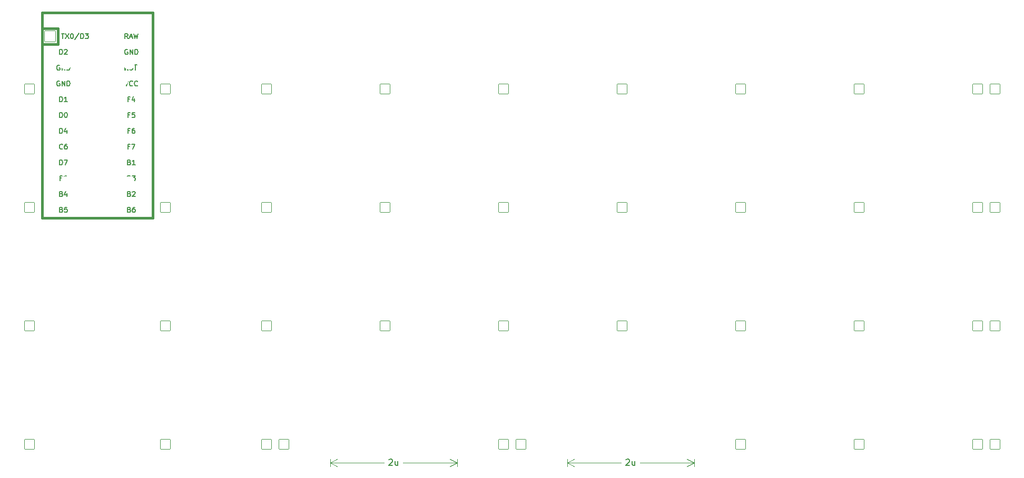
<source format=gto>
G04 #@! TF.GenerationSoftware,KiCad,Pcbnew,(6.0.0)*
G04 #@! TF.CreationDate,2023-02-08T23:18:21+02:00*
G04 #@! TF.ProjectId,electrolyte,656c6563-7472-46f6-9c79-74652e6b6963,v1.fun*
G04 #@! TF.SameCoordinates,Original*
G04 #@! TF.FileFunction,Legend,Top*
G04 #@! TF.FilePolarity,Positive*
%FSLAX46Y46*%
G04 Gerber Fmt 4.6, Leading zero omitted, Abs format (unit mm)*
G04 Created by KiCad (PCBNEW (6.0.0)) date 2023-02-08 23:18:21*
%MOMM*%
%LPD*%
G01*
G04 APERTURE LIST*
G04 Aperture macros list*
%AMRoundRect*
0 Rectangle with rounded corners*
0 $1 Rounding radius*
0 $2 $3 $4 $5 $6 $7 $8 $9 X,Y pos of 4 corners*
0 Add a 4 corners polygon primitive as box body*
4,1,4,$2,$3,$4,$5,$6,$7,$8,$9,$2,$3,0*
0 Add four circle primitives for the rounded corners*
1,1,$1+$1,$2,$3*
1,1,$1+$1,$4,$5*
1,1,$1+$1,$6,$7*
1,1,$1+$1,$8,$9*
0 Add four rect primitives between the rounded corners*
20,1,$1+$1,$2,$3,$4,$5,0*
20,1,$1+$1,$4,$5,$6,$7,0*
20,1,$1+$1,$6,$7,$8,$9,0*
20,1,$1+$1,$8,$9,$2,$3,0*%
G04 Aperture macros list end*
%ADD10C,0.150000*%
%ADD11C,0.120000*%
%ADD12C,0.381000*%
%ADD13R,1.600000X1.600000*%
%ADD14C,1.600000*%
%ADD15R,1.752600X1.752600*%
%ADD16C,1.752600*%
%ADD17RoundRect,0.051000X-0.800000X0.800000X-0.800000X-0.800000X0.800000X-0.800000X0.800000X0.800000X0*%
%ADD18C,1.702000*%
%ADD19C,1.852000*%
%ADD20C,4.089800*%
%ADD21C,2.352000*%
%ADD22RoundRect,0.051000X-0.876300X0.876300X-0.876300X-0.876300X0.876300X-0.876300X0.876300X0.876300X0*%
%ADD23C,1.854600*%
%ADD24C,4.502000*%
%ADD25C,4.102000*%
%ADD26O,2.482000X1.852000*%
%ADD27C,3.152000*%
%ADD28C,2.302000*%
G04 APERTURE END LIST*
D10*
X91861904Y-89347619D02*
X91909523Y-89300000D01*
X92004761Y-89252380D01*
X92242857Y-89252380D01*
X92338095Y-89300000D01*
X92385714Y-89347619D01*
X92433333Y-89442857D01*
X92433333Y-89538095D01*
X92385714Y-89680952D01*
X91814285Y-90252380D01*
X92433333Y-90252380D01*
X93290476Y-89585714D02*
X93290476Y-90252380D01*
X92861904Y-89585714D02*
X92861904Y-90109523D01*
X92909523Y-90204761D01*
X93004761Y-90252380D01*
X93147619Y-90252380D01*
X93242857Y-90204761D01*
X93290476Y-90157142D01*
D11*
X82400000Y-90400000D02*
X82400000Y-89213580D01*
X102800000Y-90400000D02*
X102800000Y-89213580D01*
X82400000Y-89800000D02*
X91096429Y-89800000D01*
X94103572Y-89800000D02*
X102800000Y-89800000D01*
X82400000Y-89800000D02*
X83526504Y-90386421D01*
X82400000Y-89800000D02*
X83526504Y-89213579D01*
X102800000Y-89800000D02*
X101673496Y-89213579D01*
X102800000Y-89800000D02*
X101673496Y-90386421D01*
D10*
X129961904Y-89347619D02*
X130009523Y-89300000D01*
X130104761Y-89252380D01*
X130342857Y-89252380D01*
X130438095Y-89300000D01*
X130485714Y-89347619D01*
X130533333Y-89442857D01*
X130533333Y-89538095D01*
X130485714Y-89680952D01*
X129914285Y-90252380D01*
X130533333Y-90252380D01*
X131390476Y-89585714D02*
X131390476Y-90252380D01*
X130961904Y-89585714D02*
X130961904Y-90109523D01*
X131009523Y-90204761D01*
X131104761Y-90252380D01*
X131247619Y-90252380D01*
X131342857Y-90204761D01*
X131390476Y-90157142D01*
D11*
X120500000Y-90400000D02*
X120500000Y-89213580D01*
X140900000Y-90400000D02*
X140900000Y-89213580D01*
X120500000Y-89800000D02*
X129196429Y-89800000D01*
X132203572Y-89800000D02*
X140900000Y-89800000D01*
X120500000Y-89800000D02*
X121626504Y-90386421D01*
X120500000Y-89800000D02*
X121626504Y-89213579D01*
X140900000Y-89800000D02*
X139773496Y-89213579D01*
X140900000Y-89800000D02*
X139773496Y-90386421D01*
D10*
X50126940Y-44043607D02*
X50241226Y-44081702D01*
X50279321Y-44119797D01*
X50317416Y-44195988D01*
X50317416Y-44310273D01*
X50279321Y-44386464D01*
X50241226Y-44424559D01*
X50165035Y-44462654D01*
X49860273Y-44462654D01*
X49860273Y-43662654D01*
X50126940Y-43662654D01*
X50203130Y-43700750D01*
X50241226Y-43738845D01*
X50279321Y-43815035D01*
X50279321Y-43891226D01*
X50241226Y-43967416D01*
X50203130Y-44005511D01*
X50126940Y-44043607D01*
X49860273Y-44043607D01*
X50584083Y-43662654D02*
X51079321Y-43662654D01*
X50812654Y-43967416D01*
X50926940Y-43967416D01*
X51003130Y-44005511D01*
X51041226Y-44043607D01*
X51079321Y-44119797D01*
X51079321Y-44310273D01*
X51041226Y-44386464D01*
X51003130Y-44424559D01*
X50926940Y-44462654D01*
X50698369Y-44462654D01*
X50622178Y-44424559D01*
X50584083Y-44386464D01*
X39204940Y-46583607D02*
X39319226Y-46621702D01*
X39357321Y-46659797D01*
X39395416Y-46735988D01*
X39395416Y-46850273D01*
X39357321Y-46926464D01*
X39319226Y-46964559D01*
X39243035Y-47002654D01*
X38938273Y-47002654D01*
X38938273Y-46202654D01*
X39204940Y-46202654D01*
X39281130Y-46240750D01*
X39319226Y-46278845D01*
X39357321Y-46355035D01*
X39357321Y-46431226D01*
X39319226Y-46507416D01*
X39281130Y-46545511D01*
X39204940Y-46583607D01*
X38938273Y-46583607D01*
X40081130Y-46469321D02*
X40081130Y-47002654D01*
X39890654Y-46164559D02*
X39700178Y-46735988D01*
X40195416Y-46735988D01*
X38938273Y-31762654D02*
X38938273Y-30962654D01*
X39128750Y-30962654D01*
X39243035Y-31000750D01*
X39319226Y-31076940D01*
X39357321Y-31153130D01*
X39395416Y-31305511D01*
X39395416Y-31419797D01*
X39357321Y-31572178D01*
X39319226Y-31648369D01*
X39243035Y-31724559D01*
X39128750Y-31762654D01*
X38938273Y-31762654D01*
X40157321Y-31762654D02*
X39700178Y-31762654D01*
X39928750Y-31762654D02*
X39928750Y-30962654D01*
X39852559Y-31076940D01*
X39776369Y-31153130D01*
X39700178Y-31191226D01*
X38919226Y-28460750D02*
X38843035Y-28422654D01*
X38728750Y-28422654D01*
X38614464Y-28460750D01*
X38538273Y-28536940D01*
X38500178Y-28613130D01*
X38462083Y-28765511D01*
X38462083Y-28879797D01*
X38500178Y-29032178D01*
X38538273Y-29108369D01*
X38614464Y-29184559D01*
X38728750Y-29222654D01*
X38804940Y-29222654D01*
X38919226Y-29184559D01*
X38957321Y-29146464D01*
X38957321Y-28879797D01*
X38804940Y-28879797D01*
X39300178Y-29222654D02*
X39300178Y-28422654D01*
X39757321Y-29222654D01*
X39757321Y-28422654D01*
X40138273Y-29222654D02*
X40138273Y-28422654D01*
X40328750Y-28422654D01*
X40443035Y-28460750D01*
X40519226Y-28536940D01*
X40557321Y-28613130D01*
X40595416Y-28765511D01*
X40595416Y-28879797D01*
X40557321Y-29032178D01*
X40519226Y-29108369D01*
X40443035Y-29184559D01*
X40328750Y-29222654D01*
X40138273Y-29222654D01*
X50184083Y-38963607D02*
X49917416Y-38963607D01*
X49917416Y-39382654D02*
X49917416Y-38582654D01*
X50298369Y-38582654D01*
X50526940Y-38582654D02*
X51060273Y-38582654D01*
X50717416Y-39382654D01*
X38938273Y-41922654D02*
X38938273Y-41122654D01*
X39128750Y-41122654D01*
X39243035Y-41160750D01*
X39319226Y-41236940D01*
X39357321Y-41313130D01*
X39395416Y-41465511D01*
X39395416Y-41579797D01*
X39357321Y-41732178D01*
X39319226Y-41808369D01*
X39243035Y-41884559D01*
X39128750Y-41922654D01*
X38938273Y-41922654D01*
X39662083Y-41122654D02*
X40195416Y-41122654D01*
X39852559Y-41922654D01*
X39227401Y-20802654D02*
X39684544Y-20802654D01*
X39455973Y-21602654D02*
X39455973Y-20802654D01*
X39875020Y-20802654D02*
X40408354Y-21602654D01*
X40408354Y-20802654D02*
X39875020Y-21602654D01*
X40865497Y-20802654D02*
X40941687Y-20802654D01*
X41017878Y-20840750D01*
X41055973Y-20878845D01*
X41094068Y-20955035D01*
X41132163Y-21107416D01*
X41132163Y-21297892D01*
X41094068Y-21450273D01*
X41055973Y-21526464D01*
X41017878Y-21564559D01*
X40941687Y-21602654D01*
X40865497Y-21602654D01*
X40789306Y-21564559D01*
X40751211Y-21526464D01*
X40713116Y-21450273D01*
X40675020Y-21297892D01*
X40675020Y-21107416D01*
X40713116Y-20955035D01*
X40751211Y-20878845D01*
X40789306Y-20840750D01*
X40865497Y-20802654D01*
X42046449Y-20764559D02*
X41360735Y-21793130D01*
X42313116Y-21602654D02*
X42313116Y-20802654D01*
X42503592Y-20802654D01*
X42617878Y-20840750D01*
X42694068Y-20916940D01*
X42732163Y-20993130D01*
X42770258Y-21145511D01*
X42770258Y-21259797D01*
X42732163Y-21412178D01*
X42694068Y-21488369D01*
X42617878Y-21564559D01*
X42503592Y-21602654D01*
X42313116Y-21602654D01*
X43036925Y-20802654D02*
X43532163Y-20802654D01*
X43265497Y-21107416D01*
X43379782Y-21107416D01*
X43455973Y-21145511D01*
X43494068Y-21183607D01*
X43532163Y-21259797D01*
X43532163Y-21450273D01*
X43494068Y-21526464D01*
X43455973Y-21564559D01*
X43379782Y-21602654D01*
X43151211Y-21602654D01*
X43075020Y-21564559D01*
X43036925Y-21526464D01*
X38938273Y-34302654D02*
X38938273Y-33502654D01*
X39128750Y-33502654D01*
X39243035Y-33540750D01*
X39319226Y-33616940D01*
X39357321Y-33693130D01*
X39395416Y-33845511D01*
X39395416Y-33959797D01*
X39357321Y-34112178D01*
X39319226Y-34188369D01*
X39243035Y-34264559D01*
X39128750Y-34302654D01*
X38938273Y-34302654D01*
X39890654Y-33502654D02*
X39966845Y-33502654D01*
X40043035Y-33540750D01*
X40081130Y-33578845D01*
X40119226Y-33655035D01*
X40157321Y-33807416D01*
X40157321Y-33997892D01*
X40119226Y-34150273D01*
X40081130Y-34226464D01*
X40043035Y-34264559D01*
X39966845Y-34302654D01*
X39890654Y-34302654D01*
X39814464Y-34264559D01*
X39776369Y-34226464D01*
X39738273Y-34150273D01*
X39700178Y-33997892D01*
X39700178Y-33807416D01*
X39738273Y-33655035D01*
X39776369Y-33578845D01*
X39814464Y-33540750D01*
X39890654Y-33502654D01*
X38938273Y-36842654D02*
X38938273Y-36042654D01*
X39128750Y-36042654D01*
X39243035Y-36080750D01*
X39319226Y-36156940D01*
X39357321Y-36233130D01*
X39395416Y-36385511D01*
X39395416Y-36499797D01*
X39357321Y-36652178D01*
X39319226Y-36728369D01*
X39243035Y-36804559D01*
X39128750Y-36842654D01*
X38938273Y-36842654D01*
X40081130Y-36309321D02*
X40081130Y-36842654D01*
X39890654Y-36004559D02*
X39700178Y-36575988D01*
X40195416Y-36575988D01*
X50126940Y-41503607D02*
X50241226Y-41541702D01*
X50279321Y-41579797D01*
X50317416Y-41655988D01*
X50317416Y-41770273D01*
X50279321Y-41846464D01*
X50241226Y-41884559D01*
X50165035Y-41922654D01*
X49860273Y-41922654D01*
X49860273Y-41122654D01*
X50126940Y-41122654D01*
X50203130Y-41160750D01*
X50241226Y-41198845D01*
X50279321Y-41275035D01*
X50279321Y-41351226D01*
X50241226Y-41427416D01*
X50203130Y-41465511D01*
X50126940Y-41503607D01*
X49860273Y-41503607D01*
X51079321Y-41922654D02*
X50622178Y-41922654D01*
X50850750Y-41922654D02*
X50850750Y-41122654D01*
X50774559Y-41236940D01*
X50698369Y-41313130D01*
X50622178Y-41351226D01*
X50126940Y-46583607D02*
X50241226Y-46621702D01*
X50279321Y-46659797D01*
X50317416Y-46735988D01*
X50317416Y-46850273D01*
X50279321Y-46926464D01*
X50241226Y-46964559D01*
X50165035Y-47002654D01*
X49860273Y-47002654D01*
X49860273Y-46202654D01*
X50126940Y-46202654D01*
X50203130Y-46240750D01*
X50241226Y-46278845D01*
X50279321Y-46355035D01*
X50279321Y-46431226D01*
X50241226Y-46507416D01*
X50203130Y-46545511D01*
X50126940Y-46583607D01*
X49860273Y-46583607D01*
X50622178Y-46278845D02*
X50660273Y-46240750D01*
X50736464Y-46202654D01*
X50926940Y-46202654D01*
X51003130Y-46240750D01*
X51041226Y-46278845D01*
X51079321Y-46355035D01*
X51079321Y-46431226D01*
X51041226Y-46545511D01*
X50584083Y-47002654D01*
X51079321Y-47002654D01*
X38976369Y-44043607D02*
X39243035Y-44043607D01*
X39357321Y-44462654D02*
X38976369Y-44462654D01*
X38976369Y-43662654D01*
X39357321Y-43662654D01*
X40043035Y-43662654D02*
X39890654Y-43662654D01*
X39814464Y-43700750D01*
X39776369Y-43738845D01*
X39700178Y-43853130D01*
X39662083Y-44005511D01*
X39662083Y-44310273D01*
X39700178Y-44386464D01*
X39738273Y-44424559D01*
X39814464Y-44462654D01*
X39966845Y-44462654D01*
X40043035Y-44424559D01*
X40081130Y-44386464D01*
X40119226Y-44310273D01*
X40119226Y-44119797D01*
X40081130Y-44043607D01*
X40043035Y-44005511D01*
X39966845Y-43967416D01*
X39814464Y-43967416D01*
X39738273Y-44005511D01*
X39700178Y-44043607D01*
X39662083Y-44119797D01*
X50184083Y-33883607D02*
X49917416Y-33883607D01*
X49917416Y-34302654D02*
X49917416Y-33502654D01*
X50298369Y-33502654D01*
X50984083Y-33502654D02*
X50603130Y-33502654D01*
X50565035Y-33883607D01*
X50603130Y-33845511D01*
X50679321Y-33807416D01*
X50869797Y-33807416D01*
X50945988Y-33845511D01*
X50984083Y-33883607D01*
X51022178Y-33959797D01*
X51022178Y-34150273D01*
X50984083Y-34226464D01*
X50945988Y-34264559D01*
X50869797Y-34302654D01*
X50679321Y-34302654D01*
X50603130Y-34264559D01*
X50565035Y-34226464D01*
X49841226Y-23380750D02*
X49765035Y-23342654D01*
X49650750Y-23342654D01*
X49536464Y-23380750D01*
X49460273Y-23456940D01*
X49422178Y-23533130D01*
X49384083Y-23685511D01*
X49384083Y-23799797D01*
X49422178Y-23952178D01*
X49460273Y-24028369D01*
X49536464Y-24104559D01*
X49650750Y-24142654D01*
X49726940Y-24142654D01*
X49841226Y-24104559D01*
X49879321Y-24066464D01*
X49879321Y-23799797D01*
X49726940Y-23799797D01*
X50222178Y-24142654D02*
X50222178Y-23342654D01*
X50679321Y-24142654D01*
X50679321Y-23342654D01*
X51060273Y-24142654D02*
X51060273Y-23342654D01*
X51250750Y-23342654D01*
X51365035Y-23380750D01*
X51441226Y-23456940D01*
X51479321Y-23533130D01*
X51517416Y-23685511D01*
X51517416Y-23799797D01*
X51479321Y-23952178D01*
X51441226Y-24028369D01*
X51365035Y-24104559D01*
X51250750Y-24142654D01*
X51060273Y-24142654D01*
X49384083Y-28422654D02*
X49650750Y-29222654D01*
X49917416Y-28422654D01*
X50641226Y-29146464D02*
X50603130Y-29184559D01*
X50488845Y-29222654D01*
X50412654Y-29222654D01*
X50298369Y-29184559D01*
X50222178Y-29108369D01*
X50184083Y-29032178D01*
X50145988Y-28879797D01*
X50145988Y-28765511D01*
X50184083Y-28613130D01*
X50222178Y-28536940D01*
X50298369Y-28460750D01*
X50412654Y-28422654D01*
X50488845Y-28422654D01*
X50603130Y-28460750D01*
X50641226Y-28498845D01*
X51441226Y-29146464D02*
X51403130Y-29184559D01*
X51288845Y-29222654D01*
X51212654Y-29222654D01*
X51098369Y-29184559D01*
X51022178Y-29108369D01*
X50984083Y-29032178D01*
X50945988Y-28879797D01*
X50945988Y-28765511D01*
X50984083Y-28613130D01*
X51022178Y-28536940D01*
X51098369Y-28460750D01*
X51212654Y-28422654D01*
X51288845Y-28422654D01*
X51403130Y-28460750D01*
X51441226Y-28498845D01*
X50184083Y-31343607D02*
X49917416Y-31343607D01*
X49917416Y-31762654D02*
X49917416Y-30962654D01*
X50298369Y-30962654D01*
X50945988Y-31229321D02*
X50945988Y-31762654D01*
X50755511Y-30924559D02*
X50565035Y-31495988D01*
X51060273Y-31495988D01*
X39204940Y-49123607D02*
X39319226Y-49161702D01*
X39357321Y-49199797D01*
X39395416Y-49275988D01*
X39395416Y-49390273D01*
X39357321Y-49466464D01*
X39319226Y-49504559D01*
X39243035Y-49542654D01*
X38938273Y-49542654D01*
X38938273Y-48742654D01*
X39204940Y-48742654D01*
X39281130Y-48780750D01*
X39319226Y-48818845D01*
X39357321Y-48895035D01*
X39357321Y-48971226D01*
X39319226Y-49047416D01*
X39281130Y-49085511D01*
X39204940Y-49123607D01*
X38938273Y-49123607D01*
X40119226Y-48742654D02*
X39738273Y-48742654D01*
X39700178Y-49123607D01*
X39738273Y-49085511D01*
X39814464Y-49047416D01*
X40004940Y-49047416D01*
X40081130Y-49085511D01*
X40119226Y-49123607D01*
X40157321Y-49199797D01*
X40157321Y-49390273D01*
X40119226Y-49466464D01*
X40081130Y-49504559D01*
X40004940Y-49542654D01*
X39814464Y-49542654D01*
X39738273Y-49504559D01*
X39700178Y-49466464D01*
X39395416Y-39306464D02*
X39357321Y-39344559D01*
X39243035Y-39382654D01*
X39166845Y-39382654D01*
X39052559Y-39344559D01*
X38976369Y-39268369D01*
X38938273Y-39192178D01*
X38900178Y-39039797D01*
X38900178Y-38925511D01*
X38938273Y-38773130D01*
X38976369Y-38696940D01*
X39052559Y-38620750D01*
X39166845Y-38582654D01*
X39243035Y-38582654D01*
X39357321Y-38620750D01*
X39395416Y-38658845D01*
X40081130Y-38582654D02*
X39928750Y-38582654D01*
X39852559Y-38620750D01*
X39814464Y-38658845D01*
X39738273Y-38773130D01*
X39700178Y-38925511D01*
X39700178Y-39230273D01*
X39738273Y-39306464D01*
X39776369Y-39344559D01*
X39852559Y-39382654D01*
X40004940Y-39382654D01*
X40081130Y-39344559D01*
X40119226Y-39306464D01*
X40157321Y-39230273D01*
X40157321Y-39039797D01*
X40119226Y-38963607D01*
X40081130Y-38925511D01*
X40004940Y-38887416D01*
X39852559Y-38887416D01*
X39776369Y-38925511D01*
X39738273Y-38963607D01*
X39700178Y-39039797D01*
X38938273Y-24142654D02*
X38938273Y-23342654D01*
X39128750Y-23342654D01*
X39243035Y-23380750D01*
X39319226Y-23456940D01*
X39357321Y-23533130D01*
X39395416Y-23685511D01*
X39395416Y-23799797D01*
X39357321Y-23952178D01*
X39319226Y-24028369D01*
X39243035Y-24104559D01*
X39128750Y-24142654D01*
X38938273Y-24142654D01*
X39700178Y-23418845D02*
X39738273Y-23380750D01*
X39814464Y-23342654D01*
X40004940Y-23342654D01*
X40081130Y-23380750D01*
X40119226Y-23418845D01*
X40157321Y-23495035D01*
X40157321Y-23571226D01*
X40119226Y-23685511D01*
X39662083Y-24142654D01*
X40157321Y-24142654D01*
X50184083Y-36423607D02*
X49917416Y-36423607D01*
X49917416Y-36842654D02*
X49917416Y-36042654D01*
X50298369Y-36042654D01*
X50945988Y-36042654D02*
X50793607Y-36042654D01*
X50717416Y-36080750D01*
X50679321Y-36118845D01*
X50603130Y-36233130D01*
X50565035Y-36385511D01*
X50565035Y-36690273D01*
X50603130Y-36766464D01*
X50641226Y-36804559D01*
X50717416Y-36842654D01*
X50869797Y-36842654D01*
X50945988Y-36804559D01*
X50984083Y-36766464D01*
X51022178Y-36690273D01*
X51022178Y-36499797D01*
X50984083Y-36423607D01*
X50945988Y-36385511D01*
X50869797Y-36347416D01*
X50717416Y-36347416D01*
X50641226Y-36385511D01*
X50603130Y-36423607D01*
X50565035Y-36499797D01*
X49898369Y-21602654D02*
X49631702Y-21221702D01*
X49441226Y-21602654D02*
X49441226Y-20802654D01*
X49745988Y-20802654D01*
X49822178Y-20840750D01*
X49860273Y-20878845D01*
X49898369Y-20955035D01*
X49898369Y-21069321D01*
X49860273Y-21145511D01*
X49822178Y-21183607D01*
X49745988Y-21221702D01*
X49441226Y-21221702D01*
X50203130Y-21374083D02*
X50584083Y-21374083D01*
X50126940Y-21602654D02*
X50393607Y-20802654D01*
X50660273Y-21602654D01*
X50850750Y-20802654D02*
X51041226Y-21602654D01*
X51193607Y-21031226D01*
X51345988Y-21602654D01*
X51536464Y-20802654D01*
X50189536Y-26614559D02*
X50303822Y-26652654D01*
X50494298Y-26652654D01*
X50570489Y-26614559D01*
X50608584Y-26576464D01*
X50646679Y-26500273D01*
X50646679Y-26424083D01*
X50608584Y-26347892D01*
X50570489Y-26309797D01*
X50494298Y-26271702D01*
X50341917Y-26233607D01*
X50265727Y-26195511D01*
X50227631Y-26157416D01*
X50189536Y-26081226D01*
X50189536Y-26005035D01*
X50227631Y-25928845D01*
X50265727Y-25890750D01*
X50341917Y-25852654D01*
X50532393Y-25852654D01*
X50646679Y-25890750D01*
X50875250Y-25852654D02*
X51332393Y-25852654D01*
X51103822Y-26652654D02*
X51103822Y-25852654D01*
X50126940Y-49123607D02*
X50241226Y-49161702D01*
X50279321Y-49199797D01*
X50317416Y-49275988D01*
X50317416Y-49390273D01*
X50279321Y-49466464D01*
X50241226Y-49504559D01*
X50165035Y-49542654D01*
X49860273Y-49542654D01*
X49860273Y-48742654D01*
X50126940Y-48742654D01*
X50203130Y-48780750D01*
X50241226Y-48818845D01*
X50279321Y-48895035D01*
X50279321Y-48971226D01*
X50241226Y-49047416D01*
X50203130Y-49085511D01*
X50126940Y-49123607D01*
X49860273Y-49123607D01*
X51003130Y-48742654D02*
X50850750Y-48742654D01*
X50774559Y-48780750D01*
X50736464Y-48818845D01*
X50660273Y-48933130D01*
X50622178Y-49085511D01*
X50622178Y-49390273D01*
X50660273Y-49466464D01*
X50698369Y-49504559D01*
X50774559Y-49542654D01*
X50926940Y-49542654D01*
X51003130Y-49504559D01*
X51041226Y-49466464D01*
X51079321Y-49390273D01*
X51079321Y-49199797D01*
X51041226Y-49123607D01*
X51003130Y-49085511D01*
X50926940Y-49047416D01*
X50774559Y-49047416D01*
X50698369Y-49085511D01*
X50660273Y-49123607D01*
X50622178Y-49199797D01*
X38919226Y-25920750D02*
X38843035Y-25882654D01*
X38728750Y-25882654D01*
X38614464Y-25920750D01*
X38538273Y-25996940D01*
X38500178Y-26073130D01*
X38462083Y-26225511D01*
X38462083Y-26339797D01*
X38500178Y-26492178D01*
X38538273Y-26568369D01*
X38614464Y-26644559D01*
X38728750Y-26682654D01*
X38804940Y-26682654D01*
X38919226Y-26644559D01*
X38957321Y-26606464D01*
X38957321Y-26339797D01*
X38804940Y-26339797D01*
X39300178Y-26682654D02*
X39300178Y-25882654D01*
X39757321Y-26682654D01*
X39757321Y-25882654D01*
X40138273Y-26682654D02*
X40138273Y-25882654D01*
X40328750Y-25882654D01*
X40443035Y-25920750D01*
X40519226Y-25996940D01*
X40557321Y-26073130D01*
X40595416Y-26225511D01*
X40595416Y-26339797D01*
X40557321Y-26492178D01*
X40519226Y-26568369D01*
X40443035Y-26644559D01*
X40328750Y-26682654D01*
X40138273Y-26682654D01*
D12*
X53879750Y-19970750D02*
X53879750Y-17430750D01*
X38639750Y-19970750D02*
X38639750Y-22510750D01*
X38639750Y-22510750D02*
X36099750Y-22510750D01*
X53879750Y-50450750D02*
X53879750Y-19970750D01*
X38639750Y-19970750D02*
X36099750Y-19970750D01*
X53879750Y-17430750D02*
X36099750Y-17430750D01*
X36099750Y-50450750D02*
X53879750Y-50450750D01*
X36099750Y-19970750D02*
X36099750Y-50450750D01*
X36099750Y-17430750D02*
X36099750Y-19970750D01*
D10*
X49921318Y-25850110D02*
X49921318Y-26150110D01*
X49921318Y-26150110D02*
X49821318Y-26150110D01*
X49821318Y-26150110D02*
X49821318Y-25850110D01*
X49821318Y-25850110D02*
X49921318Y-25850110D01*
G36*
X49921318Y-26150110D02*
G01*
X49821318Y-26150110D01*
X49821318Y-25850110D01*
X49921318Y-25850110D01*
X49921318Y-26150110D01*
G37*
X49921318Y-26150110D02*
X49821318Y-26150110D01*
X49821318Y-25850110D01*
X49921318Y-25850110D01*
X49921318Y-26150110D01*
X49921318Y-26450110D02*
X49921318Y-26650110D01*
X49921318Y-26650110D02*
X49821318Y-26650110D01*
X49821318Y-26650110D02*
X49821318Y-26450110D01*
X49821318Y-26450110D02*
X49921318Y-26450110D01*
G36*
X49921318Y-26650110D02*
G01*
X49821318Y-26650110D01*
X49821318Y-26450110D01*
X49921318Y-26450110D01*
X49921318Y-26650110D01*
G37*
X49921318Y-26650110D02*
X49821318Y-26650110D01*
X49821318Y-26450110D01*
X49921318Y-26450110D01*
X49921318Y-26650110D01*
X49921318Y-25850110D02*
X49921318Y-25950110D01*
X49921318Y-25950110D02*
X49421318Y-25950110D01*
X49421318Y-25950110D02*
X49421318Y-25850110D01*
X49421318Y-25850110D02*
X49921318Y-25850110D01*
G36*
X49921318Y-25950110D02*
G01*
X49421318Y-25950110D01*
X49421318Y-25850110D01*
X49921318Y-25850110D01*
X49921318Y-25950110D01*
G37*
X49921318Y-25950110D02*
X49421318Y-25950110D01*
X49421318Y-25850110D01*
X49921318Y-25850110D01*
X49921318Y-25950110D01*
X49521318Y-25850110D02*
X49521318Y-26650110D01*
X49521318Y-26650110D02*
X49421318Y-26650110D01*
X49421318Y-26650110D02*
X49421318Y-25850110D01*
X49421318Y-25850110D02*
X49521318Y-25850110D01*
G36*
X49521318Y-26650110D02*
G01*
X49421318Y-26650110D01*
X49421318Y-25850110D01*
X49521318Y-25850110D01*
X49521318Y-26650110D01*
G37*
X49521318Y-26650110D02*
X49421318Y-26650110D01*
X49421318Y-25850110D01*
X49521318Y-25850110D01*
X49521318Y-26650110D01*
X49721318Y-26250110D02*
X49721318Y-26350110D01*
X49721318Y-26350110D02*
X49621318Y-26350110D01*
X49621318Y-26350110D02*
X49621318Y-26250110D01*
X49621318Y-26250110D02*
X49721318Y-26250110D01*
G36*
X49721318Y-26350110D02*
G01*
X49621318Y-26350110D01*
X49621318Y-26250110D01*
X49721318Y-26250110D01*
X49721318Y-26350110D01*
G37*
X49721318Y-26350110D02*
X49621318Y-26350110D01*
X49621318Y-26250110D01*
X49721318Y-26250110D01*
X49721318Y-26350110D01*
D13*
X34067750Y-29712750D03*
D14*
X34067750Y-21912750D03*
D13*
X34067750Y-48762750D03*
D14*
X34067750Y-40962750D03*
D13*
X34067750Y-67812750D03*
D14*
X34067750Y-60012750D03*
D13*
X34067750Y-86862750D03*
D14*
X34067750Y-79062750D03*
D13*
X55911750Y-29712750D03*
D14*
X55911750Y-21912750D03*
D13*
X55911750Y-48762750D03*
D14*
X55911750Y-40962750D03*
D13*
X55911750Y-67812750D03*
D14*
X55911750Y-60012750D03*
D13*
X55911750Y-86862750D03*
D14*
X55911750Y-79062750D03*
D13*
X72167750Y-29712750D03*
D14*
X72167750Y-21912750D03*
D13*
X72167750Y-48762750D03*
D14*
X72167750Y-40962750D03*
D13*
X72167750Y-67812750D03*
D14*
X72167750Y-60012750D03*
D13*
X72167750Y-86862750D03*
D14*
X72167750Y-79062750D03*
D13*
X91217750Y-29712750D03*
D14*
X91217750Y-21912750D03*
D13*
X91217750Y-48762750D03*
D14*
X91217750Y-40962750D03*
D13*
X91217750Y-67812750D03*
D14*
X91217750Y-60012750D03*
D13*
X75000000Y-86862750D03*
D14*
X75000000Y-79062750D03*
D13*
X110267750Y-29712750D03*
D14*
X110267750Y-21912750D03*
D13*
X110267750Y-48762750D03*
D14*
X110267750Y-40962750D03*
D13*
X110267750Y-67812750D03*
D14*
X110267750Y-60012750D03*
D13*
X110267750Y-86862750D03*
D14*
X110267750Y-79062750D03*
D13*
X129317750Y-29712750D03*
D14*
X129317750Y-21912750D03*
D13*
X129317750Y-48762750D03*
D14*
X129317750Y-40962750D03*
D13*
X129317750Y-67812750D03*
D14*
X129317750Y-60012750D03*
D13*
X113100000Y-86862750D03*
D14*
X113100000Y-79062750D03*
D13*
X148367750Y-29712750D03*
D14*
X148367750Y-21912750D03*
D13*
X148367750Y-48762750D03*
D14*
X148367750Y-40962750D03*
D13*
X148367750Y-67812750D03*
D14*
X148367750Y-60012750D03*
D13*
X148367750Y-86862750D03*
D14*
X148367750Y-79062750D03*
D13*
X167417750Y-29712750D03*
D14*
X167417750Y-21912750D03*
D13*
X167417750Y-48762750D03*
D14*
X167417750Y-40962750D03*
D13*
X167417750Y-67812750D03*
D14*
X167417750Y-60012750D03*
D13*
X167417750Y-86862750D03*
D14*
X167417750Y-79062750D03*
D13*
X186467750Y-29712750D03*
D14*
X186467750Y-21912750D03*
D13*
X186467750Y-48762750D03*
D14*
X186467750Y-40962750D03*
D13*
X186467750Y-67812750D03*
D14*
X186467750Y-60012750D03*
D13*
X186467750Y-86862750D03*
D14*
X186467750Y-79062750D03*
D13*
X189261750Y-29712750D03*
D14*
X189261750Y-21912750D03*
D13*
X189261750Y-48762750D03*
D14*
X189261750Y-40962750D03*
D13*
X189261750Y-67812750D03*
D14*
X189261750Y-60012750D03*
D13*
X189261750Y-86862750D03*
D14*
X189261750Y-79062750D03*
D15*
X37369750Y-21240750D03*
D16*
X37369750Y-23780750D03*
X37369750Y-26320750D03*
X37369750Y-28860750D03*
X37369750Y-31400750D03*
X37369750Y-33940750D03*
X37369750Y-36480750D03*
X37369750Y-39020750D03*
X37369750Y-41560750D03*
X37369750Y-44100750D03*
X37369750Y-46640750D03*
X37369750Y-49180750D03*
X52609750Y-49180750D03*
X52609750Y-46640750D03*
X52609750Y-44100750D03*
X52609750Y-41560750D03*
X52609750Y-39020750D03*
X52609750Y-36480750D03*
X52609750Y-33940750D03*
X52609750Y-31400750D03*
X52609750Y-28860750D03*
X52609750Y-26320750D03*
X52609750Y-23780750D03*
X52609750Y-21240750D03*
%LPC*%
D17*
X34067750Y-29712750D03*
D18*
X34067750Y-21912750D03*
D17*
X34067750Y-48762750D03*
D18*
X34067750Y-40962750D03*
D17*
X34067750Y-67812750D03*
D18*
X34067750Y-60012750D03*
D17*
X34067750Y-86862750D03*
D18*
X34067750Y-79062750D03*
D17*
X55911750Y-29712750D03*
D18*
X55911750Y-21912750D03*
D17*
X55911750Y-48762750D03*
D18*
X55911750Y-40962750D03*
D17*
X55911750Y-67812750D03*
D18*
X55911750Y-60012750D03*
D17*
X55911750Y-86862750D03*
D18*
X55911750Y-79062750D03*
D17*
X72167750Y-29712750D03*
D18*
X72167750Y-21912750D03*
D17*
X72167750Y-48762750D03*
D18*
X72167750Y-40962750D03*
D17*
X72167750Y-67812750D03*
D18*
X72167750Y-60012750D03*
D17*
X72167750Y-86862750D03*
D18*
X72167750Y-79062750D03*
D17*
X91217750Y-29712750D03*
D18*
X91217750Y-21912750D03*
D17*
X91217750Y-48762750D03*
D18*
X91217750Y-40962750D03*
D17*
X91217750Y-67812750D03*
D18*
X91217750Y-60012750D03*
D17*
X75000000Y-86862750D03*
D18*
X75000000Y-79062750D03*
D17*
X110267750Y-29712750D03*
D18*
X110267750Y-21912750D03*
D17*
X110267750Y-48762750D03*
D18*
X110267750Y-40962750D03*
D17*
X110267750Y-67812750D03*
D18*
X110267750Y-60012750D03*
D17*
X110267750Y-86862750D03*
D18*
X110267750Y-79062750D03*
D17*
X129317750Y-29712750D03*
D18*
X129317750Y-21912750D03*
D17*
X129317750Y-48762750D03*
D18*
X129317750Y-40962750D03*
D17*
X129317750Y-67812750D03*
D18*
X129317750Y-60012750D03*
D17*
X113100000Y-86862750D03*
D18*
X113100000Y-79062750D03*
D17*
X148367750Y-29712750D03*
D18*
X148367750Y-21912750D03*
D17*
X148367750Y-48762750D03*
D18*
X148367750Y-40962750D03*
D17*
X148367750Y-67812750D03*
D18*
X148367750Y-60012750D03*
D17*
X148367750Y-86862750D03*
D18*
X148367750Y-79062750D03*
D17*
X167417750Y-29712750D03*
D18*
X167417750Y-21912750D03*
D17*
X167417750Y-48762750D03*
D18*
X167417750Y-40962750D03*
D17*
X167417750Y-67812750D03*
D18*
X167417750Y-60012750D03*
D17*
X167417750Y-86862750D03*
D18*
X167417750Y-79062750D03*
D17*
X186467750Y-29712750D03*
D18*
X186467750Y-21912750D03*
D17*
X186467750Y-48762750D03*
D18*
X186467750Y-40962750D03*
D17*
X186467750Y-67812750D03*
D18*
X186467750Y-60012750D03*
D17*
X186467750Y-86862750D03*
D18*
X186467750Y-79062750D03*
D17*
X189261750Y-29712750D03*
D18*
X189261750Y-21912750D03*
D17*
X189261750Y-48762750D03*
D18*
X189261750Y-40962750D03*
D17*
X189261750Y-67812750D03*
D18*
X189261750Y-60012750D03*
D17*
X189261750Y-86862750D03*
D18*
X189261750Y-79062750D03*
D19*
X20859750Y-25685750D03*
X31019750Y-25685750D03*
D20*
X25939750Y-25685750D03*
D21*
X22129750Y-23145750D03*
X28479750Y-20605750D03*
D19*
X20859750Y-44735750D03*
X31019750Y-44735750D03*
D20*
X25939750Y-44735750D03*
D21*
X22129750Y-42195750D03*
X28479750Y-39655750D03*
D20*
X25939750Y-63785750D03*
D19*
X31019750Y-63785750D03*
X20859750Y-63785750D03*
D21*
X22129750Y-61245750D03*
X28479750Y-58705750D03*
D19*
X31019750Y-82835750D03*
X20859750Y-82835750D03*
D20*
X25939750Y-82835750D03*
D21*
X22129750Y-80295750D03*
X28479750Y-77755750D03*
D19*
X50069750Y-25685750D03*
X39909750Y-25685750D03*
D20*
X44989750Y-25685750D03*
D21*
X48799750Y-28225750D03*
X42449750Y-30765750D03*
D19*
X39909750Y-44735750D03*
X50069750Y-44735750D03*
D20*
X44989750Y-44735750D03*
D21*
X41179750Y-42195750D03*
X47529750Y-39655750D03*
D19*
X39909750Y-63785750D03*
D20*
X44989750Y-63785750D03*
D19*
X50069750Y-63785750D03*
D21*
X41179750Y-61245750D03*
X47529750Y-58705750D03*
D20*
X44989750Y-82835750D03*
D19*
X39909750Y-82835750D03*
X50069750Y-82835750D03*
D21*
X41179750Y-80295750D03*
X47529750Y-77755750D03*
D19*
X69119750Y-25685750D03*
D20*
X64039750Y-25685750D03*
D19*
X58959750Y-25685750D03*
D21*
X60229750Y-23145750D03*
X66579750Y-20605750D03*
D19*
X69119750Y-44735750D03*
X58959750Y-44735750D03*
D20*
X64039750Y-44735750D03*
D21*
X60229750Y-42195750D03*
X66579750Y-39655750D03*
D20*
X64039750Y-63785750D03*
D19*
X58959750Y-63785750D03*
X69119750Y-63785750D03*
D21*
X60229750Y-61245750D03*
X66579750Y-58705750D03*
D19*
X69119750Y-82835750D03*
D20*
X64039750Y-82835750D03*
D19*
X58959750Y-82835750D03*
D21*
X60229750Y-80295750D03*
X66579750Y-77755750D03*
D20*
X83089750Y-25685750D03*
D19*
X88169750Y-25685750D03*
X78009750Y-25685750D03*
D21*
X79279750Y-23145750D03*
X85629750Y-20605750D03*
D19*
X78009750Y-44735750D03*
D20*
X83089750Y-44735750D03*
D19*
X88169750Y-44735750D03*
D21*
X79279750Y-42195750D03*
X85629750Y-39655750D03*
D19*
X78009750Y-63785750D03*
X88169750Y-63785750D03*
D20*
X83089750Y-63785750D03*
D21*
X79279750Y-61245750D03*
X85629750Y-58705750D03*
D20*
X83089750Y-82835750D03*
D19*
X78009750Y-82835750D03*
D21*
X79279750Y-80295750D03*
X85629750Y-77755750D03*
D20*
X102139750Y-25685750D03*
D19*
X107219750Y-25685750D03*
X97059750Y-25685750D03*
D21*
X98329750Y-23145750D03*
X104679750Y-20605750D03*
X104679750Y-39655750D03*
X98329750Y-42195750D03*
D20*
X102139750Y-44735750D03*
D19*
X107219750Y-44735750D03*
X97059750Y-44735750D03*
X107219750Y-63785750D03*
X97059750Y-63785750D03*
D20*
X102139750Y-63785750D03*
D21*
X98329750Y-61245750D03*
X104679750Y-58705750D03*
D20*
X102139750Y-82835750D03*
D19*
X107219750Y-82835750D03*
D21*
X105949750Y-85375750D03*
X99599750Y-87915750D03*
D19*
X126269750Y-25685750D03*
X116109750Y-25685750D03*
D20*
X121189750Y-25685750D03*
D21*
X117379750Y-23145750D03*
X123729750Y-20605750D03*
D20*
X121189750Y-44735750D03*
D19*
X126269750Y-44735750D03*
X116109750Y-44735750D03*
D21*
X117379750Y-42195750D03*
X123729750Y-39655750D03*
D20*
X121189750Y-63785750D03*
D19*
X116109750Y-63785750D03*
X126269750Y-63785750D03*
D21*
X117379750Y-61245750D03*
X123729750Y-58705750D03*
D19*
X116109750Y-82835750D03*
D20*
X121189750Y-82835750D03*
D21*
X117379750Y-80295750D03*
X123729750Y-77755750D03*
D19*
X145319750Y-25685750D03*
D20*
X140239750Y-25685750D03*
D19*
X135159750Y-25685750D03*
D21*
X136429750Y-23145750D03*
X142779750Y-20605750D03*
X142779750Y-39655750D03*
X136429750Y-42195750D03*
D19*
X135159750Y-44735750D03*
D20*
X140239750Y-44735750D03*
D19*
X145319750Y-44735750D03*
D21*
X142779750Y-58705750D03*
X136429750Y-61245750D03*
D20*
X140239750Y-63785750D03*
D19*
X145319750Y-63785750D03*
X135159750Y-63785750D03*
D20*
X140239750Y-82835750D03*
D19*
X145319750Y-82835750D03*
D21*
X144049750Y-85375750D03*
X137699750Y-87915750D03*
D19*
X154209750Y-25685750D03*
X164369750Y-25685750D03*
D20*
X159289750Y-25685750D03*
D21*
X155479750Y-23145750D03*
X161829750Y-20605750D03*
D20*
X159289750Y-44735750D03*
D19*
X154209750Y-44735750D03*
X164369750Y-44735750D03*
D21*
X155479750Y-42195750D03*
X161829750Y-39655750D03*
X161829750Y-58705750D03*
X155479750Y-61245750D03*
D19*
X164369750Y-63785750D03*
D20*
X159289750Y-63785750D03*
D19*
X154209750Y-63785750D03*
X164369750Y-82835750D03*
D20*
X159289750Y-82835750D03*
D19*
X154209750Y-82835750D03*
D21*
X155479750Y-80295750D03*
X161829750Y-77755750D03*
D19*
X173259750Y-25685750D03*
X183419750Y-25685750D03*
D20*
X178339750Y-25685750D03*
D21*
X174529750Y-23145750D03*
X180879750Y-20605750D03*
D19*
X183419750Y-44735750D03*
D20*
X178339750Y-44735750D03*
D19*
X173259750Y-44735750D03*
D21*
X174529750Y-42195750D03*
X180879750Y-39655750D03*
D19*
X183419750Y-63785750D03*
X173259750Y-63785750D03*
D20*
X178339750Y-63785750D03*
D21*
X174529750Y-61245750D03*
X180879750Y-58705750D03*
D20*
X178339750Y-82835750D03*
D19*
X173259750Y-82835750D03*
X183419750Y-82835750D03*
D21*
X174529750Y-80295750D03*
X180879750Y-77755750D03*
D19*
X192309750Y-25685750D03*
X202469750Y-25685750D03*
D20*
X197389750Y-25685750D03*
D21*
X193579750Y-23145750D03*
X199929750Y-20605750D03*
D19*
X202469750Y-44735750D03*
D20*
X197389750Y-44735750D03*
D19*
X192309750Y-44735750D03*
D21*
X193579750Y-42195750D03*
X199929750Y-39655750D03*
D19*
X192309750Y-63785750D03*
X202469750Y-63785750D03*
D20*
X197389750Y-63785750D03*
D21*
X193579750Y-61245750D03*
X199929750Y-58705750D03*
D19*
X202469750Y-82835750D03*
D20*
X197389750Y-82835750D03*
D19*
X192309750Y-82835750D03*
D21*
X193579750Y-80295750D03*
X199929750Y-77755750D03*
D22*
X37369750Y-21240750D03*
D23*
X37369750Y-23780750D03*
X37369750Y-26320750D03*
X37369750Y-28860750D03*
X37369750Y-31400750D03*
X37369750Y-33940750D03*
X37369750Y-36480750D03*
X37369750Y-39020750D03*
X37369750Y-41560750D03*
X37369750Y-44100750D03*
X37369750Y-46640750D03*
X37369750Y-49180750D03*
X52609750Y-49180750D03*
X52609750Y-46640750D03*
X52609750Y-44100750D03*
X52609750Y-41560750D03*
X52609750Y-39020750D03*
X52609750Y-36480750D03*
X52609750Y-33940750D03*
X52609750Y-31400750D03*
X52609750Y-28860750D03*
X52609750Y-26320750D03*
X52609750Y-23780750D03*
X52609750Y-21240750D03*
D24*
X33528000Y-35179000D03*
X35306000Y-73279000D03*
X187960000Y-73279000D03*
X111633000Y-54229000D03*
X187833000Y-35179000D03*
D25*
X92600000Y-82800000D03*
D26*
X87860000Y-82800000D03*
D27*
X80700000Y-89800000D03*
X104500000Y-89800000D03*
D25*
X80700000Y-74560000D03*
X104500000Y-74560000D03*
D26*
X97340000Y-82800000D03*
D28*
X90060000Y-87880000D03*
X96410000Y-85340000D03*
D26*
X135440000Y-82800000D03*
X125960000Y-82800000D03*
D25*
X130700000Y-82800000D03*
X142600000Y-74560000D03*
D27*
X142600000Y-89800000D03*
D25*
X118800000Y-74560000D03*
D27*
X118800000Y-89800000D03*
D28*
X128160000Y-87880000D03*
X134510000Y-85340000D03*
M02*

</source>
